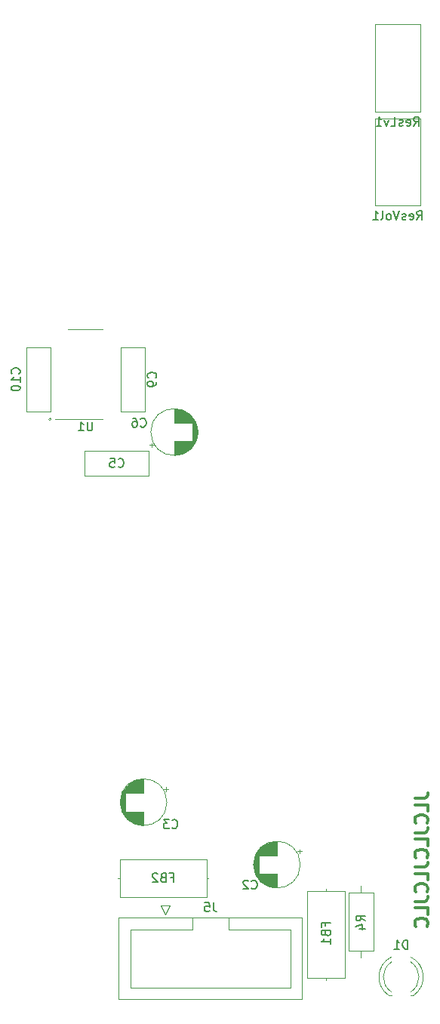
<source format=gbo>
G04 #@! TF.GenerationSoftware,KiCad,Pcbnew,6.0.10+dfsg-1~bpo11+1*
G04 #@! TF.CreationDate,2023-02-18T14:54:35+00:00*
G04 #@! TF.ProjectId,MS20-VCF,4d533230-2d56-4434-962e-6b696361645f,rev?*
G04 #@! TF.SameCoordinates,Original*
G04 #@! TF.FileFunction,Legend,Bot*
G04 #@! TF.FilePolarity,Positive*
%FSLAX46Y46*%
G04 Gerber Fmt 4.6, Leading zero omitted, Abs format (unit mm)*
G04 Created by KiCad (PCBNEW 6.0.10+dfsg-1~bpo11+1) date 2023-02-18 14:54:35*
%MOMM*%
%LPD*%
G01*
G04 APERTURE LIST*
%ADD10C,0.120000*%
%ADD11C,0.300000*%
%ADD12C,0.150000*%
%ADD13C,1.600000*%
%ADD14C,4.000000*%
%ADD15C,1.800000*%
%ADD16R,1.600000X1.600000*%
%ADD17O,1.600000X1.600000*%
%ADD18R,1.930000X1.830000*%
%ADD19C,2.130000*%
%ADD20R,1.500000X1.500000*%
%ADD21C,1.500000*%
%ADD22O,3.700000X2.400000*%
%ADD23R,1.800000X1.800000*%
%ADD24C,2.000000*%
%ADD25O,2.000000X2.000000*%
%ADD26C,1.700000*%
%ADD27C,1.440000*%
G04 APERTURE END LIST*
D10*
X42141421Y-81060000D02*
G75*
G03*
X42141421Y-81060000I-141421J0D01*
G01*
D11*
X82928571Y-123571428D02*
X84000000Y-123571428D01*
X84214285Y-123500000D01*
X84357142Y-123357142D01*
X84428571Y-123142857D01*
X84428571Y-123000000D01*
X84428571Y-125000000D02*
X84428571Y-124285714D01*
X82928571Y-124285714D01*
X84285714Y-126357142D02*
X84357142Y-126285714D01*
X84428571Y-126071428D01*
X84428571Y-125928571D01*
X84357142Y-125714285D01*
X84214285Y-125571428D01*
X84071428Y-125500000D01*
X83785714Y-125428571D01*
X83571428Y-125428571D01*
X83285714Y-125500000D01*
X83142857Y-125571428D01*
X83000000Y-125714285D01*
X82928571Y-125928571D01*
X82928571Y-126071428D01*
X83000000Y-126285714D01*
X83071428Y-126357142D01*
X82928571Y-127428571D02*
X84000000Y-127428571D01*
X84214285Y-127357142D01*
X84357142Y-127214285D01*
X84428571Y-127000000D01*
X84428571Y-126857142D01*
X84428571Y-128857142D02*
X84428571Y-128142857D01*
X82928571Y-128142857D01*
X84285714Y-130214285D02*
X84357142Y-130142857D01*
X84428571Y-129928571D01*
X84428571Y-129785714D01*
X84357142Y-129571428D01*
X84214285Y-129428571D01*
X84071428Y-129357142D01*
X83785714Y-129285714D01*
X83571428Y-129285714D01*
X83285714Y-129357142D01*
X83142857Y-129428571D01*
X83000000Y-129571428D01*
X82928571Y-129785714D01*
X82928571Y-129928571D01*
X83000000Y-130142857D01*
X83071428Y-130214285D01*
X82928571Y-131285714D02*
X84000000Y-131285714D01*
X84214285Y-131214285D01*
X84357142Y-131071428D01*
X84428571Y-130857142D01*
X84428571Y-130714285D01*
X84428571Y-132714285D02*
X84428571Y-132000000D01*
X82928571Y-132000000D01*
X84285714Y-134071428D02*
X84357142Y-134000000D01*
X84428571Y-133785714D01*
X84428571Y-133642857D01*
X84357142Y-133428571D01*
X84214285Y-133285714D01*
X84071428Y-133214285D01*
X83785714Y-133142857D01*
X83571428Y-133142857D01*
X83285714Y-133214285D01*
X83142857Y-133285714D01*
X83000000Y-133428571D01*
X82928571Y-133642857D01*
X82928571Y-133785714D01*
X83000000Y-134000000D01*
X83071428Y-134071428D01*
X82928571Y-135142857D02*
X84000000Y-135142857D01*
X84214285Y-135071428D01*
X84357142Y-134928571D01*
X84428571Y-134714285D01*
X84428571Y-134571428D01*
X84428571Y-136571428D02*
X84428571Y-135857142D01*
X82928571Y-135857142D01*
X84285714Y-137928571D02*
X84357142Y-137857142D01*
X84428571Y-137642857D01*
X84428571Y-137500000D01*
X84357142Y-137285714D01*
X84214285Y-137142857D01*
X84071428Y-137071428D01*
X83785714Y-137000000D01*
X83571428Y-137000000D01*
X83285714Y-137071428D01*
X83142857Y-137142857D01*
X83000000Y-137285714D01*
X82928571Y-137500000D01*
X82928571Y-137642857D01*
X83000000Y-137857142D01*
X83071428Y-137928571D01*
D12*
X64616666Y-133657142D02*
X64664285Y-133704761D01*
X64807142Y-133752380D01*
X64902380Y-133752380D01*
X65045238Y-133704761D01*
X65140476Y-133609523D01*
X65188095Y-133514285D01*
X65235714Y-133323809D01*
X65235714Y-133180952D01*
X65188095Y-132990476D01*
X65140476Y-132895238D01*
X65045238Y-132800000D01*
X64902380Y-132752380D01*
X64807142Y-132752380D01*
X64664285Y-132800000D01*
X64616666Y-132847619D01*
X64235714Y-132847619D02*
X64188095Y-132800000D01*
X64092857Y-132752380D01*
X63854761Y-132752380D01*
X63759523Y-132800000D01*
X63711904Y-132847619D01*
X63664285Y-132942857D01*
X63664285Y-133038095D01*
X63711904Y-133180952D01*
X64283333Y-133752380D01*
X63664285Y-133752380D01*
X55711553Y-126857142D02*
X55759172Y-126904761D01*
X55902029Y-126952380D01*
X55997267Y-126952380D01*
X56140125Y-126904761D01*
X56235363Y-126809523D01*
X56282982Y-126714285D01*
X56330601Y-126523809D01*
X56330601Y-126380952D01*
X56282982Y-126190476D01*
X56235363Y-126095238D01*
X56140125Y-126000000D01*
X55997267Y-125952380D01*
X55902029Y-125952380D01*
X55759172Y-126000000D01*
X55711553Y-126047619D01*
X55378220Y-125952380D02*
X54759172Y-125952380D01*
X55092506Y-126333333D01*
X54949648Y-126333333D01*
X54854410Y-126380952D01*
X54806791Y-126428571D01*
X54759172Y-126523809D01*
X54759172Y-126761904D01*
X54806791Y-126857142D01*
X54854410Y-126904761D01*
X54949648Y-126952380D01*
X55235363Y-126952380D01*
X55330601Y-126904761D01*
X55378220Y-126857142D01*
X52166666Y-81857142D02*
X52214285Y-81904761D01*
X52357142Y-81952380D01*
X52452380Y-81952380D01*
X52595238Y-81904761D01*
X52690476Y-81809523D01*
X52738095Y-81714285D01*
X52785714Y-81523809D01*
X52785714Y-81380952D01*
X52738095Y-81190476D01*
X52690476Y-81095238D01*
X52595238Y-81000000D01*
X52452380Y-80952380D01*
X52357142Y-80952380D01*
X52214285Y-81000000D01*
X52166666Y-81047619D01*
X51309523Y-80952380D02*
X51500000Y-80952380D01*
X51595238Y-81000000D01*
X51642857Y-81047619D01*
X51738095Y-81190476D01*
X51785714Y-81380952D01*
X51785714Y-81761904D01*
X51738095Y-81857142D01*
X51690476Y-81904761D01*
X51595238Y-81952380D01*
X51404761Y-81952380D01*
X51309523Y-81904761D01*
X51261904Y-81857142D01*
X51214285Y-81761904D01*
X51214285Y-81523809D01*
X51261904Y-81428571D01*
X51309523Y-81380952D01*
X51404761Y-81333333D01*
X51595238Y-81333333D01*
X51690476Y-81380952D01*
X51738095Y-81428571D01*
X51785714Y-81523809D01*
X82138095Y-140452380D02*
X82138095Y-139452380D01*
X81900000Y-139452380D01*
X81757142Y-139500000D01*
X81661904Y-139595238D01*
X81614285Y-139690476D01*
X81566666Y-139880952D01*
X81566666Y-140023809D01*
X81614285Y-140214285D01*
X81661904Y-140309523D01*
X81757142Y-140404761D01*
X81900000Y-140452380D01*
X82138095Y-140452380D01*
X80614285Y-140452380D02*
X81185714Y-140452380D01*
X80900000Y-140452380D02*
X80900000Y-139452380D01*
X80995238Y-139595238D01*
X81090476Y-139690476D01*
X81185714Y-139738095D01*
X55533333Y-132428571D02*
X55866666Y-132428571D01*
X55866666Y-132952380D02*
X55866666Y-131952380D01*
X55390476Y-131952380D01*
X54676190Y-132428571D02*
X54533333Y-132476190D01*
X54485714Y-132523809D01*
X54438095Y-132619047D01*
X54438095Y-132761904D01*
X54485714Y-132857142D01*
X54533333Y-132904761D01*
X54628571Y-132952380D01*
X55009523Y-132952380D01*
X55009523Y-131952380D01*
X54676190Y-131952380D01*
X54580952Y-132000000D01*
X54533333Y-132047619D01*
X54485714Y-132142857D01*
X54485714Y-132238095D01*
X54533333Y-132333333D01*
X54580952Y-132380952D01*
X54676190Y-132428571D01*
X55009523Y-132428571D01*
X54057142Y-132047619D02*
X54009523Y-132000000D01*
X53914285Y-131952380D01*
X53676190Y-131952380D01*
X53580952Y-132000000D01*
X53533333Y-132047619D01*
X53485714Y-132142857D01*
X53485714Y-132238095D01*
X53533333Y-132380952D01*
X54104761Y-132952380D01*
X53485714Y-132952380D01*
X60333333Y-135252380D02*
X60333333Y-135966666D01*
X60380952Y-136109523D01*
X60476190Y-136204761D01*
X60619047Y-136252380D01*
X60714285Y-136252380D01*
X59380952Y-135252380D02*
X59857142Y-135252380D01*
X59904761Y-135728571D01*
X59857142Y-135680952D01*
X59761904Y-135633333D01*
X59523809Y-135633333D01*
X59428571Y-135680952D01*
X59380952Y-135728571D01*
X59333333Y-135823809D01*
X59333333Y-136061904D01*
X59380952Y-136157142D01*
X59428571Y-136204761D01*
X59523809Y-136252380D01*
X59761904Y-136252380D01*
X59857142Y-136204761D01*
X59904761Y-136157142D01*
X82815714Y-48167380D02*
X83149047Y-47691190D01*
X83387142Y-48167380D02*
X83387142Y-47167380D01*
X83006190Y-47167380D01*
X82910952Y-47215000D01*
X82863333Y-47262619D01*
X82815714Y-47357857D01*
X82815714Y-47500714D01*
X82863333Y-47595952D01*
X82910952Y-47643571D01*
X83006190Y-47691190D01*
X83387142Y-47691190D01*
X82006190Y-48119761D02*
X82101428Y-48167380D01*
X82291904Y-48167380D01*
X82387142Y-48119761D01*
X82434761Y-48024523D01*
X82434761Y-47643571D01*
X82387142Y-47548333D01*
X82291904Y-47500714D01*
X82101428Y-47500714D01*
X82006190Y-47548333D01*
X81958571Y-47643571D01*
X81958571Y-47738809D01*
X82434761Y-47834047D01*
X81577619Y-48119761D02*
X81482380Y-48167380D01*
X81291904Y-48167380D01*
X81196666Y-48119761D01*
X81149047Y-48024523D01*
X81149047Y-47976904D01*
X81196666Y-47881666D01*
X81291904Y-47834047D01*
X81434761Y-47834047D01*
X81530000Y-47786428D01*
X81577619Y-47691190D01*
X81577619Y-47643571D01*
X81530000Y-47548333D01*
X81434761Y-47500714D01*
X81291904Y-47500714D01*
X81196666Y-47548333D01*
X80244285Y-48167380D02*
X80720476Y-48167380D01*
X80720476Y-47167380D01*
X80006190Y-47500714D02*
X79768095Y-48167380D01*
X79530000Y-47500714D01*
X78625238Y-48167380D02*
X79196666Y-48167380D01*
X78910952Y-48167380D02*
X78910952Y-47167380D01*
X79006190Y-47310238D01*
X79101428Y-47405476D01*
X79196666Y-47453095D01*
X83172857Y-58707380D02*
X83506190Y-58231190D01*
X83744285Y-58707380D02*
X83744285Y-57707380D01*
X83363333Y-57707380D01*
X83268095Y-57755000D01*
X83220476Y-57802619D01*
X83172857Y-57897857D01*
X83172857Y-58040714D01*
X83220476Y-58135952D01*
X83268095Y-58183571D01*
X83363333Y-58231190D01*
X83744285Y-58231190D01*
X82363333Y-58659761D02*
X82458571Y-58707380D01*
X82649047Y-58707380D01*
X82744285Y-58659761D01*
X82791904Y-58564523D01*
X82791904Y-58183571D01*
X82744285Y-58088333D01*
X82649047Y-58040714D01*
X82458571Y-58040714D01*
X82363333Y-58088333D01*
X82315714Y-58183571D01*
X82315714Y-58278809D01*
X82791904Y-58374047D01*
X81934761Y-58659761D02*
X81839523Y-58707380D01*
X81649047Y-58707380D01*
X81553809Y-58659761D01*
X81506190Y-58564523D01*
X81506190Y-58516904D01*
X81553809Y-58421666D01*
X81649047Y-58374047D01*
X81791904Y-58374047D01*
X81887142Y-58326428D01*
X81934761Y-58231190D01*
X81934761Y-58183571D01*
X81887142Y-58088333D01*
X81791904Y-58040714D01*
X81649047Y-58040714D01*
X81553809Y-58088333D01*
X81220476Y-57707380D02*
X80887142Y-58707380D01*
X80553809Y-57707380D01*
X80077619Y-58707380D02*
X80172857Y-58659761D01*
X80220476Y-58612142D01*
X80268095Y-58516904D01*
X80268095Y-58231190D01*
X80220476Y-58135952D01*
X80172857Y-58088333D01*
X80077619Y-58040714D01*
X79934761Y-58040714D01*
X79839523Y-58088333D01*
X79791904Y-58135952D01*
X79744285Y-58231190D01*
X79744285Y-58516904D01*
X79791904Y-58612142D01*
X79839523Y-58659761D01*
X79934761Y-58707380D01*
X80077619Y-58707380D01*
X79172857Y-58707380D02*
X79268095Y-58659761D01*
X79315714Y-58564523D01*
X79315714Y-57707380D01*
X78268095Y-58707380D02*
X78839523Y-58707380D01*
X78553809Y-58707380D02*
X78553809Y-57707380D01*
X78649047Y-57850238D01*
X78744285Y-57945476D01*
X78839523Y-57993095D01*
X77352380Y-137313333D02*
X76876190Y-136980000D01*
X77352380Y-136741904D02*
X76352380Y-136741904D01*
X76352380Y-137122857D01*
X76400000Y-137218095D01*
X76447619Y-137265714D01*
X76542857Y-137313333D01*
X76685714Y-137313333D01*
X76780952Y-137265714D01*
X76828571Y-137218095D01*
X76876190Y-137122857D01*
X76876190Y-136741904D01*
X76685714Y-138170476D02*
X77352380Y-138170476D01*
X76304761Y-137932380D02*
X77019047Y-137694285D01*
X77019047Y-138313333D01*
X72928571Y-137866666D02*
X72928571Y-137533333D01*
X73452380Y-137533333D02*
X72452380Y-137533333D01*
X72452380Y-138009523D01*
X72928571Y-138723809D02*
X72976190Y-138866666D01*
X73023809Y-138914285D01*
X73119047Y-138961904D01*
X73261904Y-138961904D01*
X73357142Y-138914285D01*
X73404761Y-138866666D01*
X73452380Y-138771428D01*
X73452380Y-138390476D01*
X72452380Y-138390476D01*
X72452380Y-138723809D01*
X72500000Y-138819047D01*
X72547619Y-138866666D01*
X72642857Y-138914285D01*
X72738095Y-138914285D01*
X72833333Y-138866666D01*
X72880952Y-138819047D01*
X72928571Y-138723809D01*
X72928571Y-138390476D01*
X73452380Y-139914285D02*
X73452380Y-139342857D01*
X73452380Y-139628571D02*
X72452380Y-139628571D01*
X72595238Y-139533333D01*
X72690476Y-139438095D01*
X72738095Y-139342857D01*
X46761904Y-81352380D02*
X46761904Y-82161904D01*
X46714285Y-82257142D01*
X46666666Y-82304761D01*
X46571428Y-82352380D01*
X46380952Y-82352380D01*
X46285714Y-82304761D01*
X46238095Y-82257142D01*
X46190476Y-82161904D01*
X46190476Y-81352380D01*
X45190476Y-82352380D02*
X45761904Y-82352380D01*
X45476190Y-82352380D02*
X45476190Y-81352380D01*
X45571428Y-81495238D01*
X45666666Y-81590476D01*
X45761904Y-81638095D01*
X49666666Y-86357142D02*
X49714285Y-86404761D01*
X49857142Y-86452380D01*
X49952380Y-86452380D01*
X50095238Y-86404761D01*
X50190476Y-86309523D01*
X50238095Y-86214285D01*
X50285714Y-86023809D01*
X50285714Y-85880952D01*
X50238095Y-85690476D01*
X50190476Y-85595238D01*
X50095238Y-85500000D01*
X49952380Y-85452380D01*
X49857142Y-85452380D01*
X49714285Y-85500000D01*
X49666666Y-85547619D01*
X48761904Y-85452380D02*
X49238095Y-85452380D01*
X49285714Y-85928571D01*
X49238095Y-85880952D01*
X49142857Y-85833333D01*
X48904761Y-85833333D01*
X48809523Y-85880952D01*
X48761904Y-85928571D01*
X48714285Y-86023809D01*
X48714285Y-86261904D01*
X48761904Y-86357142D01*
X48809523Y-86404761D01*
X48904761Y-86452380D01*
X49142857Y-86452380D01*
X49238095Y-86404761D01*
X49285714Y-86357142D01*
X53857142Y-76433333D02*
X53904761Y-76385714D01*
X53952380Y-76242857D01*
X53952380Y-76147619D01*
X53904761Y-76004761D01*
X53809523Y-75909523D01*
X53714285Y-75861904D01*
X53523809Y-75814285D01*
X53380952Y-75814285D01*
X53190476Y-75861904D01*
X53095238Y-75909523D01*
X53000000Y-76004761D01*
X52952380Y-76147619D01*
X52952380Y-76242857D01*
X53000000Y-76385714D01*
X53047619Y-76433333D01*
X53952380Y-76909523D02*
X53952380Y-77100000D01*
X53904761Y-77195238D01*
X53857142Y-77242857D01*
X53714285Y-77338095D01*
X53523809Y-77385714D01*
X53142857Y-77385714D01*
X53047619Y-77338095D01*
X53000000Y-77290476D01*
X52952380Y-77195238D01*
X52952380Y-77004761D01*
X53000000Y-76909523D01*
X53047619Y-76861904D01*
X53142857Y-76814285D01*
X53380952Y-76814285D01*
X53476190Y-76861904D01*
X53523809Y-76909523D01*
X53571428Y-77004761D01*
X53571428Y-77195238D01*
X53523809Y-77290476D01*
X53476190Y-77338095D01*
X53380952Y-77385714D01*
X38557142Y-75957142D02*
X38604761Y-75909523D01*
X38652380Y-75766666D01*
X38652380Y-75671428D01*
X38604761Y-75528571D01*
X38509523Y-75433333D01*
X38414285Y-75385714D01*
X38223809Y-75338095D01*
X38080952Y-75338095D01*
X37890476Y-75385714D01*
X37795238Y-75433333D01*
X37700000Y-75528571D01*
X37652380Y-75671428D01*
X37652380Y-75766666D01*
X37700000Y-75909523D01*
X37747619Y-75957142D01*
X38652380Y-76909523D02*
X38652380Y-76338095D01*
X38652380Y-76623809D02*
X37652380Y-76623809D01*
X37795238Y-76528571D01*
X37890476Y-76433333D01*
X37938095Y-76338095D01*
X37652380Y-77528571D02*
X37652380Y-77623809D01*
X37700000Y-77719047D01*
X37747619Y-77766666D01*
X37842857Y-77814285D01*
X38033333Y-77861904D01*
X38271428Y-77861904D01*
X38461904Y-77814285D01*
X38557142Y-77766666D01*
X38604761Y-77719047D01*
X38652380Y-77623809D01*
X38652380Y-77528571D01*
X38604761Y-77433333D01*
X38557142Y-77385714D01*
X38461904Y-77338095D01*
X38271428Y-77290476D01*
X38033333Y-77290476D01*
X37842857Y-77338095D01*
X37747619Y-77385714D01*
X37700000Y-77433333D01*
X37652380Y-77528571D01*
D10*
X66534112Y-132040000D02*
X66534112Y-133414000D01*
X66174112Y-132040000D02*
X66174112Y-133247000D01*
X66654112Y-128545000D02*
X66654112Y-129960000D01*
X65494112Y-129301000D02*
X65494112Y-129960000D01*
X70009887Y-129275000D02*
X70009887Y-129775000D01*
X67255112Y-128427000D02*
X67255112Y-129960000D01*
X66014112Y-132040000D02*
X66014112Y-133149000D01*
X65094112Y-129902000D02*
X65094112Y-132098000D01*
X65374112Y-129446000D02*
X65374112Y-132554000D01*
X66374112Y-128652000D02*
X66374112Y-129960000D01*
X64974112Y-130195000D02*
X64974112Y-131805000D01*
X66855112Y-128489000D02*
X66855112Y-129960000D01*
X66614112Y-128558000D02*
X66614112Y-129960000D01*
X67015112Y-128457000D02*
X67015112Y-129960000D01*
X65534112Y-129257000D02*
X65534112Y-129960000D01*
X64894112Y-130482000D02*
X64894112Y-131518000D01*
X65454112Y-129347000D02*
X65454112Y-129960000D01*
X65574112Y-132040000D02*
X65574112Y-132785000D01*
X67015112Y-132040000D02*
X67015112Y-133543000D01*
X67455112Y-128420000D02*
X67455112Y-129960000D01*
X66454112Y-128618000D02*
X66454112Y-129960000D01*
X66294112Y-128690000D02*
X66294112Y-129960000D01*
X67095112Y-132040000D02*
X67095112Y-133556000D01*
X65454112Y-132040000D02*
X65454112Y-132653000D01*
X65254112Y-129617000D02*
X65254112Y-132383000D01*
X65854112Y-128965000D02*
X65854112Y-129960000D01*
X67415112Y-128420000D02*
X67415112Y-129960000D01*
X67415112Y-132040000D02*
X67415112Y-133580000D01*
X65294112Y-129557000D02*
X65294112Y-132443000D01*
X66254112Y-128710000D02*
X66254112Y-129960000D01*
X67295112Y-132040000D02*
X67295112Y-133576000D01*
X66334112Y-128671000D02*
X66334112Y-129960000D01*
X65534112Y-132040000D02*
X65534112Y-132743000D01*
X66815112Y-128499000D02*
X66815112Y-129960000D01*
X67295112Y-128424000D02*
X67295112Y-129960000D01*
X66574112Y-128572000D02*
X66574112Y-129960000D01*
X65774112Y-132040000D02*
X65774112Y-132971000D01*
X65334112Y-129500000D02*
X65334112Y-132500000D01*
X66895112Y-128480000D02*
X66895112Y-129960000D01*
X66895112Y-132040000D02*
X66895112Y-133520000D01*
X67215112Y-132040000D02*
X67215112Y-133569000D01*
X66775112Y-132040000D02*
X66775112Y-133491000D01*
X66374112Y-132040000D02*
X66374112Y-133348000D01*
X67175112Y-132040000D02*
X67175112Y-133565000D01*
X66134112Y-128776000D02*
X66134112Y-129960000D01*
X65934112Y-128905000D02*
X65934112Y-129960000D01*
X66134112Y-132040000D02*
X66134112Y-133224000D01*
X64854112Y-130716000D02*
X64854112Y-131284000D01*
X67055112Y-132040000D02*
X67055112Y-133550000D01*
X67335112Y-128422000D02*
X67335112Y-129960000D01*
X66734112Y-132040000D02*
X66734112Y-133480000D01*
X66694112Y-128532000D02*
X66694112Y-129960000D01*
X66054112Y-128825000D02*
X66054112Y-129960000D01*
X67135112Y-128439000D02*
X67135112Y-129960000D01*
X67375112Y-128421000D02*
X67375112Y-129960000D01*
X66654112Y-132040000D02*
X66654112Y-133455000D01*
X65174112Y-129749000D02*
X65174112Y-132251000D01*
X66014112Y-128851000D02*
X66014112Y-129960000D01*
X66174112Y-128753000D02*
X66174112Y-129960000D01*
X65134112Y-129822000D02*
X65134112Y-132178000D01*
X65774112Y-129029000D02*
X65774112Y-129960000D01*
X66414112Y-132040000D02*
X66414112Y-133365000D01*
X65894112Y-128935000D02*
X65894112Y-129960000D01*
X65694112Y-132040000D02*
X65694112Y-132901000D01*
X66414112Y-128635000D02*
X66414112Y-129960000D01*
X66935112Y-132040000D02*
X66935112Y-133528000D01*
X67255112Y-132040000D02*
X67255112Y-133573000D01*
X66094112Y-128800000D02*
X66094112Y-129960000D01*
X65214112Y-129681000D02*
X65214112Y-132319000D01*
X66214112Y-128732000D02*
X66214112Y-129960000D01*
X65654112Y-129136000D02*
X65654112Y-129960000D01*
X66494112Y-132040000D02*
X66494112Y-133398000D01*
X65614112Y-132040000D02*
X65614112Y-132826000D01*
X66454112Y-132040000D02*
X66454112Y-133382000D01*
X66815112Y-132040000D02*
X66815112Y-133501000D01*
X66574112Y-132040000D02*
X66574112Y-133428000D01*
X67095112Y-128444000D02*
X67095112Y-129960000D01*
X67135112Y-132040000D02*
X67135112Y-133561000D01*
X65494112Y-132040000D02*
X65494112Y-132699000D01*
X67055112Y-128450000D02*
X67055112Y-129960000D01*
X67335112Y-132040000D02*
X67335112Y-133578000D01*
X67455112Y-132040000D02*
X67455112Y-133580000D01*
X66334112Y-132040000D02*
X66334112Y-133329000D01*
X65614112Y-129174000D02*
X65614112Y-129960000D01*
X65934112Y-132040000D02*
X65934112Y-133095000D01*
X65894112Y-132040000D02*
X65894112Y-133065000D01*
X66054112Y-132040000D02*
X66054112Y-133175000D01*
X65974112Y-128878000D02*
X65974112Y-129960000D01*
X65974112Y-132040000D02*
X65974112Y-133122000D01*
X66094112Y-132040000D02*
X66094112Y-133200000D01*
X65854112Y-132040000D02*
X65854112Y-133035000D01*
X66855112Y-132040000D02*
X66855112Y-133511000D01*
X66214112Y-132040000D02*
X66214112Y-133268000D01*
X65574112Y-129215000D02*
X65574112Y-129960000D01*
X66734112Y-128520000D02*
X66734112Y-129960000D01*
X65414112Y-129395000D02*
X65414112Y-132605000D01*
X66494112Y-128602000D02*
X66494112Y-129960000D01*
X65054112Y-129989000D02*
X65054112Y-132011000D01*
X66975112Y-128464000D02*
X66975112Y-129960000D01*
X65814112Y-128996000D02*
X65814112Y-129960000D01*
X70259887Y-129525000D02*
X69759887Y-129525000D01*
X65654112Y-132040000D02*
X65654112Y-132864000D01*
X67175112Y-128435000D02*
X67175112Y-129960000D01*
X65734112Y-129063000D02*
X65734112Y-129960000D01*
X66254112Y-132040000D02*
X66254112Y-133290000D01*
X65734112Y-132040000D02*
X65734112Y-132937000D01*
X65014112Y-130085000D02*
X65014112Y-131915000D01*
X64934112Y-130323000D02*
X64934112Y-131677000D01*
X65814112Y-132040000D02*
X65814112Y-133004000D01*
X66935112Y-128472000D02*
X66935112Y-129960000D01*
X67215112Y-128431000D02*
X67215112Y-129960000D01*
X67375112Y-132040000D02*
X67375112Y-133579000D01*
X66534112Y-128586000D02*
X66534112Y-129960000D01*
X66614112Y-132040000D02*
X66614112Y-133442000D01*
X66975112Y-132040000D02*
X66975112Y-133536000D01*
X66694112Y-132040000D02*
X66694112Y-133468000D01*
X66294112Y-132040000D02*
X66294112Y-133310000D01*
X66775112Y-128509000D02*
X66775112Y-129960000D01*
X65694112Y-129099000D02*
X65694112Y-129960000D01*
X70075112Y-131000000D02*
G75*
G03*
X70075112Y-131000000I-2620000J0D01*
G01*
X51099000Y-125040000D02*
X51099000Y-126175000D01*
X52500000Y-125040000D02*
X52500000Y-126580000D01*
X50299000Y-122617000D02*
X50299000Y-125383000D01*
X52380000Y-121422000D02*
X52380000Y-122960000D01*
X52300000Y-121427000D02*
X52300000Y-122960000D01*
X51579000Y-125040000D02*
X51579000Y-126414000D01*
X50859000Y-121996000D02*
X50859000Y-122960000D01*
X50259000Y-122681000D02*
X50259000Y-125319000D01*
X50939000Y-125040000D02*
X50939000Y-126065000D01*
X50699000Y-122136000D02*
X50699000Y-122960000D01*
X49939000Y-123482000D02*
X49939000Y-124518000D01*
X51900000Y-125040000D02*
X51900000Y-126511000D01*
X51179000Y-121776000D02*
X51179000Y-122960000D01*
X50139000Y-122902000D02*
X50139000Y-125098000D01*
X51659000Y-121558000D02*
X51659000Y-122960000D01*
X51299000Y-125040000D02*
X51299000Y-126290000D01*
X51259000Y-121732000D02*
X51259000Y-122960000D01*
X52380000Y-125040000D02*
X52380000Y-126578000D01*
X50499000Y-122347000D02*
X50499000Y-122960000D01*
X51860000Y-121499000D02*
X51860000Y-122960000D01*
X50979000Y-125040000D02*
X50979000Y-126095000D01*
X50819000Y-125040000D02*
X50819000Y-125971000D01*
X50059000Y-123085000D02*
X50059000Y-124915000D01*
X51139000Y-125040000D02*
X51139000Y-126200000D01*
X50899000Y-121965000D02*
X50899000Y-122960000D01*
X52420000Y-125040000D02*
X52420000Y-126579000D01*
X50859000Y-125040000D02*
X50859000Y-126004000D01*
X50499000Y-125040000D02*
X50499000Y-125653000D01*
X52460000Y-125040000D02*
X52460000Y-126580000D01*
X52460000Y-121420000D02*
X52460000Y-122960000D01*
X51779000Y-121520000D02*
X51779000Y-122960000D01*
X51019000Y-125040000D02*
X51019000Y-126122000D01*
X50379000Y-122500000D02*
X50379000Y-125500000D01*
X50739000Y-125040000D02*
X50739000Y-125901000D01*
X52180000Y-121439000D02*
X52180000Y-122960000D01*
X51379000Y-125040000D02*
X51379000Y-126329000D01*
X50779000Y-122063000D02*
X50779000Y-122960000D01*
X51820000Y-121509000D02*
X51820000Y-122960000D01*
X50219000Y-122749000D02*
X50219000Y-125251000D01*
X50939000Y-121935000D02*
X50939000Y-122960000D01*
X51659000Y-125040000D02*
X51659000Y-126442000D01*
X50899000Y-125040000D02*
X50899000Y-126035000D01*
X50739000Y-122099000D02*
X50739000Y-122960000D01*
X50819000Y-122029000D02*
X50819000Y-122960000D01*
X51900000Y-121489000D02*
X51900000Y-122960000D01*
X52260000Y-121431000D02*
X52260000Y-122960000D01*
X50099000Y-122989000D02*
X50099000Y-125011000D01*
X52340000Y-125040000D02*
X52340000Y-126576000D01*
X49899000Y-123716000D02*
X49899000Y-124284000D01*
X52060000Y-125040000D02*
X52060000Y-126543000D01*
X52220000Y-125040000D02*
X52220000Y-126565000D01*
X55304775Y-122525000D02*
X54804775Y-122525000D01*
X51739000Y-121532000D02*
X51739000Y-122960000D01*
X50019000Y-123195000D02*
X50019000Y-124805000D01*
X50619000Y-125040000D02*
X50619000Y-125785000D01*
X51699000Y-125040000D02*
X51699000Y-126455000D01*
X52140000Y-121444000D02*
X52140000Y-122960000D01*
X51219000Y-121753000D02*
X51219000Y-122960000D01*
X50659000Y-122174000D02*
X50659000Y-122960000D01*
X50699000Y-125040000D02*
X50699000Y-125864000D01*
X51019000Y-121878000D02*
X51019000Y-122960000D01*
X50659000Y-125040000D02*
X50659000Y-125826000D01*
X50579000Y-125040000D02*
X50579000Y-125743000D01*
X51459000Y-125040000D02*
X51459000Y-126365000D01*
X52500000Y-121420000D02*
X52500000Y-122960000D01*
X51739000Y-125040000D02*
X51739000Y-126468000D01*
X52100000Y-121450000D02*
X52100000Y-122960000D01*
X51299000Y-121710000D02*
X51299000Y-122960000D01*
X52060000Y-121457000D02*
X52060000Y-122960000D01*
X51459000Y-121635000D02*
X51459000Y-122960000D01*
X51259000Y-125040000D02*
X51259000Y-126268000D01*
X55054775Y-122275000D02*
X55054775Y-122775000D01*
X51940000Y-125040000D02*
X51940000Y-126520000D01*
X52180000Y-125040000D02*
X52180000Y-126561000D01*
X52140000Y-125040000D02*
X52140000Y-126556000D01*
X51419000Y-125040000D02*
X51419000Y-126348000D01*
X51579000Y-121586000D02*
X51579000Y-122960000D01*
X50539000Y-122301000D02*
X50539000Y-122960000D01*
X50339000Y-122557000D02*
X50339000Y-125443000D01*
X50539000Y-125040000D02*
X50539000Y-125699000D01*
X50179000Y-122822000D02*
X50179000Y-125178000D01*
X51499000Y-121618000D02*
X51499000Y-122960000D01*
X51059000Y-125040000D02*
X51059000Y-126149000D01*
X51059000Y-121851000D02*
X51059000Y-122960000D01*
X50619000Y-122215000D02*
X50619000Y-122960000D01*
X52300000Y-125040000D02*
X52300000Y-126573000D01*
X51940000Y-121480000D02*
X51940000Y-122960000D01*
X50579000Y-122257000D02*
X50579000Y-122960000D01*
X51619000Y-125040000D02*
X51619000Y-126428000D01*
X51419000Y-121652000D02*
X51419000Y-122960000D01*
X51539000Y-121602000D02*
X51539000Y-122960000D01*
X50459000Y-122395000D02*
X50459000Y-125605000D01*
X51820000Y-125040000D02*
X51820000Y-126491000D01*
X52420000Y-121421000D02*
X52420000Y-122960000D01*
X52340000Y-121424000D02*
X52340000Y-122960000D01*
X49979000Y-123323000D02*
X49979000Y-124677000D01*
X50779000Y-125040000D02*
X50779000Y-125937000D01*
X51980000Y-121472000D02*
X51980000Y-122960000D01*
X51099000Y-121825000D02*
X51099000Y-122960000D01*
X51339000Y-125040000D02*
X51339000Y-126310000D01*
X52220000Y-121435000D02*
X52220000Y-122960000D01*
X51860000Y-125040000D02*
X51860000Y-126501000D01*
X52020000Y-125040000D02*
X52020000Y-126536000D01*
X52020000Y-121464000D02*
X52020000Y-122960000D01*
X52100000Y-125040000D02*
X52100000Y-126550000D01*
X50419000Y-122446000D02*
X50419000Y-125554000D01*
X51139000Y-121800000D02*
X51139000Y-122960000D01*
X51379000Y-121671000D02*
X51379000Y-122960000D01*
X51779000Y-125040000D02*
X51779000Y-126480000D01*
X52260000Y-125040000D02*
X52260000Y-126569000D01*
X51339000Y-121690000D02*
X51339000Y-122960000D01*
X50979000Y-121905000D02*
X50979000Y-122960000D01*
X51179000Y-125040000D02*
X51179000Y-126224000D01*
X51699000Y-121545000D02*
X51699000Y-122960000D01*
X51619000Y-121572000D02*
X51619000Y-122960000D01*
X51219000Y-125040000D02*
X51219000Y-126247000D01*
X51539000Y-125040000D02*
X51539000Y-126398000D01*
X51980000Y-125040000D02*
X51980000Y-126528000D01*
X51499000Y-125040000D02*
X51499000Y-126382000D01*
X55120000Y-124000000D02*
G75*
G03*
X55120000Y-124000000I-2620000J0D01*
G01*
X57345888Y-84675000D02*
X57345888Y-83540000D01*
X56104888Y-81460000D02*
X56104888Y-79924000D01*
X57825888Y-84285000D02*
X57825888Y-83540000D01*
X56304888Y-85056000D02*
X56304888Y-83540000D01*
X57025888Y-84848000D02*
X57025888Y-83540000D01*
X56584888Y-81460000D02*
X56584888Y-79999000D01*
X56544888Y-85011000D02*
X56544888Y-83540000D01*
X58545888Y-82784000D02*
X58545888Y-82216000D01*
X57705888Y-81460000D02*
X57705888Y-80599000D01*
X56344888Y-85050000D02*
X56344888Y-83540000D01*
X56464888Y-85028000D02*
X56464888Y-83540000D01*
X57505888Y-81460000D02*
X57505888Y-80435000D01*
X57825888Y-81460000D02*
X57825888Y-80715000D01*
X56825888Y-81460000D02*
X56825888Y-80072000D01*
X57225888Y-81460000D02*
X57225888Y-80253000D01*
X56424888Y-85036000D02*
X56424888Y-83540000D01*
X56945888Y-84882000D02*
X56945888Y-83540000D01*
X57185888Y-84768000D02*
X57185888Y-83540000D01*
X56504888Y-85020000D02*
X56504888Y-83540000D01*
X56985888Y-81460000D02*
X56985888Y-80135000D01*
X57145888Y-84790000D02*
X57145888Y-83540000D01*
X56104888Y-85076000D02*
X56104888Y-83540000D01*
X57345888Y-81460000D02*
X57345888Y-80325000D01*
X56264888Y-85061000D02*
X56264888Y-83540000D01*
X57065888Y-84829000D02*
X57065888Y-83540000D01*
X57025888Y-81460000D02*
X57025888Y-80152000D01*
X55984888Y-85080000D02*
X55984888Y-83540000D01*
X57785888Y-81460000D02*
X57785888Y-80674000D01*
X56785888Y-84942000D02*
X56785888Y-83540000D01*
X57665888Y-84437000D02*
X57665888Y-83540000D01*
X57265888Y-81460000D02*
X57265888Y-80276000D01*
X56905888Y-84898000D02*
X56905888Y-83540000D01*
X57385888Y-84649000D02*
X57385888Y-83540000D01*
X57265888Y-84724000D02*
X57265888Y-83540000D01*
X55944888Y-85080000D02*
X55944888Y-83540000D01*
X56464888Y-81460000D02*
X56464888Y-79972000D01*
X57905888Y-84199000D02*
X57905888Y-83540000D01*
X56624888Y-81460000D02*
X56624888Y-80009000D01*
X58185888Y-83819000D02*
X58185888Y-81181000D01*
X56905888Y-81460000D02*
X56905888Y-80102000D01*
X57785888Y-84326000D02*
X57785888Y-83540000D01*
X57985888Y-84105000D02*
X57985888Y-80895000D01*
X57905888Y-81460000D02*
X57905888Y-80801000D01*
X56264888Y-81460000D02*
X56264888Y-79939000D01*
X58265888Y-83678000D02*
X58265888Y-81322000D01*
X56024888Y-85079000D02*
X56024888Y-83540000D01*
X55944888Y-81460000D02*
X55944888Y-79920000D01*
X57865888Y-84243000D02*
X57865888Y-83540000D01*
X58145888Y-83883000D02*
X58145888Y-81117000D01*
X56184888Y-85069000D02*
X56184888Y-83540000D01*
X57425888Y-84622000D02*
X57425888Y-83540000D01*
X56865888Y-81460000D02*
X56865888Y-80086000D01*
X56384888Y-85043000D02*
X56384888Y-83540000D01*
X57585888Y-84504000D02*
X57585888Y-83540000D01*
X57465888Y-84595000D02*
X57465888Y-83540000D01*
X56064888Y-81460000D02*
X56064888Y-79922000D01*
X56184888Y-81460000D02*
X56184888Y-79931000D01*
X56224888Y-81460000D02*
X56224888Y-79935000D01*
X56665888Y-84980000D02*
X56665888Y-83540000D01*
X58465888Y-83177000D02*
X58465888Y-81823000D01*
X56424888Y-81460000D02*
X56424888Y-79964000D01*
X56544888Y-81460000D02*
X56544888Y-79989000D01*
X57425888Y-81460000D02*
X57425888Y-80378000D01*
X57945888Y-81460000D02*
X57945888Y-80847000D01*
X58065888Y-84000000D02*
X58065888Y-81000000D01*
X57065888Y-81460000D02*
X57065888Y-80171000D01*
X57745888Y-84364000D02*
X57745888Y-83540000D01*
X57185888Y-81460000D02*
X57185888Y-80232000D01*
X56304888Y-81460000D02*
X56304888Y-79944000D01*
X56504888Y-81460000D02*
X56504888Y-79980000D01*
X55984888Y-81460000D02*
X55984888Y-79920000D01*
X58425888Y-83305000D02*
X58425888Y-81695000D01*
X57545888Y-81460000D02*
X57545888Y-80465000D01*
X56144888Y-81460000D02*
X56144888Y-79927000D01*
X57625888Y-84471000D02*
X57625888Y-83540000D01*
X58025888Y-84054000D02*
X58025888Y-80946000D01*
X53140113Y-83975000D02*
X53640113Y-83975000D01*
X57745888Y-81460000D02*
X57745888Y-80636000D01*
X57145888Y-81460000D02*
X57145888Y-80210000D01*
X58385888Y-83415000D02*
X58385888Y-81585000D01*
X57545888Y-84535000D02*
X57545888Y-83540000D01*
X56064888Y-85078000D02*
X56064888Y-83540000D01*
X58305888Y-83598000D02*
X58305888Y-81402000D01*
X57505888Y-84565000D02*
X57505888Y-83540000D01*
X58105888Y-83943000D02*
X58105888Y-81057000D01*
X56785888Y-81460000D02*
X56785888Y-80058000D01*
X57625888Y-81460000D02*
X57625888Y-80529000D01*
X57665888Y-81460000D02*
X57665888Y-80563000D01*
X57705888Y-84401000D02*
X57705888Y-83540000D01*
X56144888Y-85073000D02*
X56144888Y-83540000D01*
X56945888Y-81460000D02*
X56945888Y-80118000D01*
X56985888Y-84865000D02*
X56985888Y-83540000D01*
X56584888Y-85001000D02*
X56584888Y-83540000D01*
X58225888Y-83751000D02*
X58225888Y-81249000D01*
X56865888Y-84914000D02*
X56865888Y-83540000D01*
X57225888Y-84747000D02*
X57225888Y-83540000D01*
X56384888Y-81460000D02*
X56384888Y-79957000D01*
X57305888Y-84700000D02*
X57305888Y-83540000D01*
X57465888Y-81460000D02*
X57465888Y-80405000D01*
X56665888Y-81460000D02*
X56665888Y-80020000D01*
X57585888Y-81460000D02*
X57585888Y-80496000D01*
X56624888Y-84991000D02*
X56624888Y-83540000D01*
X56344888Y-81460000D02*
X56344888Y-79950000D01*
X56825888Y-84928000D02*
X56825888Y-83540000D01*
X56745888Y-81460000D02*
X56745888Y-80045000D01*
X56224888Y-85065000D02*
X56224888Y-83540000D01*
X56024888Y-81460000D02*
X56024888Y-79921000D01*
X58505888Y-83018000D02*
X58505888Y-81982000D01*
X58345888Y-83511000D02*
X58345888Y-81489000D01*
X57385888Y-81460000D02*
X57385888Y-80351000D01*
X56705888Y-81460000D02*
X56705888Y-80032000D01*
X53390113Y-84225000D02*
X53390113Y-83725000D01*
X57945888Y-84153000D02*
X57945888Y-83540000D01*
X57105888Y-84810000D02*
X57105888Y-83540000D01*
X56705888Y-84968000D02*
X56705888Y-83540000D01*
X57305888Y-81460000D02*
X57305888Y-80300000D01*
X57105888Y-81460000D02*
X57105888Y-80190000D01*
X57865888Y-81460000D02*
X57865888Y-80757000D01*
X56745888Y-84955000D02*
X56745888Y-83540000D01*
X58564888Y-82500000D02*
G75*
G03*
X58564888Y-82500000I-2620000J0D01*
G01*
X82799000Y-145665000D02*
X82480000Y-145665000D01*
X80320000Y-145665000D02*
X80001000Y-145665000D01*
X82480000Y-145288330D02*
G75*
G03*
X82480961Y-141922287I-1080000J1683330D01*
G01*
X80319276Y-141361758D02*
G75*
G03*
X80001251Y-145665000I1080724J-2243242D01*
G01*
X82798749Y-145665000D02*
G75*
G03*
X82480724Y-141361758I-1398749J2060000D01*
G01*
X80319039Y-141922287D02*
G75*
G03*
X80320000Y-145288330I1080961J-1682713D01*
G01*
X49830000Y-134620000D02*
X49830000Y-130380000D01*
X49590000Y-132500000D02*
X49830000Y-132500000D01*
X59570000Y-130380000D02*
X59570000Y-134620000D01*
X59810000Y-132500000D02*
X59570000Y-132500000D01*
X49830000Y-130380000D02*
X59570000Y-130380000D01*
X59570000Y-134620000D02*
X49830000Y-134620000D01*
X49715000Y-146077500D02*
X70295000Y-146077500D01*
X54925000Y-136567500D02*
X54425000Y-135567500D01*
X51015000Y-144767500D02*
X68995000Y-144767500D01*
X68995000Y-144767500D02*
X68995000Y-138267500D01*
X49715000Y-136957500D02*
X49715000Y-146077500D01*
X54425000Y-135567500D02*
X55425000Y-135567500D01*
X70295000Y-136957500D02*
X49715000Y-136957500D01*
X70295000Y-146077500D02*
X70295000Y-136957500D01*
X55425000Y-135567500D02*
X54925000Y-136567500D01*
X57955000Y-138267500D02*
X51015000Y-138267500D01*
X57955000Y-136957500D02*
X57955000Y-138267500D01*
X51015000Y-138267500D02*
X51015000Y-144767500D01*
X62055000Y-138267500D02*
X62055000Y-138267500D01*
X68995000Y-138267500D02*
X62055000Y-138267500D01*
X62055000Y-138267500D02*
X62055000Y-136957500D01*
X78495000Y-46585000D02*
X83565000Y-46585000D01*
X78495000Y-36815000D02*
X83565000Y-36815000D01*
X78495000Y-46585000D02*
X78495000Y-36815000D01*
X83565000Y-46585000D02*
X83565000Y-36815000D01*
X78495000Y-57125000D02*
X78495000Y-47355000D01*
X83565000Y-57125000D02*
X83565000Y-47355000D01*
X78495000Y-47355000D02*
X83565000Y-47355000D01*
X78495000Y-57125000D02*
X83565000Y-57125000D01*
X75530000Y-134130000D02*
X78270000Y-134130000D01*
X78270000Y-134130000D02*
X78270000Y-140670000D01*
X78270000Y-140670000D02*
X75530000Y-140670000D01*
X76900000Y-141440000D02*
X76900000Y-140670000D01*
X75530000Y-140670000D02*
X75530000Y-134130000D01*
X76900000Y-133360000D02*
X76900000Y-134130000D01*
X75120000Y-133980000D02*
X75120000Y-143720000D01*
X70880000Y-143720000D02*
X70880000Y-133980000D01*
X73000000Y-133740000D02*
X73000000Y-133980000D01*
X70880000Y-133980000D02*
X75120000Y-133980000D01*
X75120000Y-143720000D02*
X70880000Y-143720000D01*
X73000000Y-143960000D02*
X73000000Y-143720000D01*
X46000000Y-81060000D02*
X42550000Y-81060000D01*
X46000000Y-70940000D02*
X47950000Y-70940000D01*
X46000000Y-70940000D02*
X44050000Y-70940000D01*
X46000000Y-81060000D02*
X47950000Y-81060000D01*
X45880000Y-84630000D02*
X53120000Y-84630000D01*
X45880000Y-87370000D02*
X45880000Y-84630000D01*
X45880000Y-87370000D02*
X53120000Y-87370000D01*
X53120000Y-87370000D02*
X53120000Y-84630000D01*
X49930000Y-72980000D02*
X49930000Y-80220000D01*
X52670000Y-72980000D02*
X52670000Y-80220000D01*
X49930000Y-72980000D02*
X52670000Y-72980000D01*
X49930000Y-80220000D02*
X52670000Y-80220000D01*
X42070000Y-72980000D02*
X39330000Y-72980000D01*
X42070000Y-80220000D02*
X42070000Y-72980000D01*
X42070000Y-80220000D02*
X39330000Y-80220000D01*
X39330000Y-80220000D02*
X39330000Y-72980000D01*
%LPC*%
D13*
X82900000Y-86800000D03*
X82900000Y-91800000D03*
D14*
X46400000Y-116050000D03*
X37600000Y-116050000D03*
D15*
X44500000Y-123050000D03*
X42000000Y-123050000D03*
X39500000Y-123050000D03*
D14*
X55600000Y-49050000D03*
X64400000Y-49050000D03*
D15*
X62500000Y-56050000D03*
X60000000Y-56050000D03*
X57500000Y-56050000D03*
D16*
X77700000Y-45460000D03*
D17*
X77700000Y-37840000D03*
D16*
X77700000Y-55860000D03*
D17*
X77700000Y-48240000D03*
D16*
X75100000Y-45460000D03*
D17*
X75100000Y-37840000D03*
D16*
X75100000Y-55860000D03*
D17*
X75100000Y-48240000D03*
D16*
X72500000Y-45460000D03*
D17*
X72500000Y-37840000D03*
D16*
X72500000Y-55860000D03*
D17*
X72500000Y-48240000D03*
D18*
X42000000Y-129500000D03*
D19*
X42000000Y-140900000D03*
X42000000Y-132600000D03*
D18*
X40000000Y-94720000D03*
D19*
X40000000Y-106120000D03*
X40000000Y-97820000D03*
D18*
X80000000Y-94600000D03*
D19*
X80000000Y-106000000D03*
X80000000Y-97700000D03*
D20*
X66800000Y-74840000D03*
D21*
X66800000Y-72300000D03*
X66800000Y-69760000D03*
D20*
X70900000Y-69760000D03*
D21*
X70900000Y-72300000D03*
X70900000Y-74840000D03*
D13*
X57500000Y-59840000D03*
D17*
X57500000Y-70000000D03*
D13*
X50000000Y-101660000D03*
D17*
X50000000Y-91500000D03*
D13*
X50560000Y-82800000D03*
D17*
X40400000Y-82800000D03*
D13*
X54000000Y-70000000D03*
D17*
X54000000Y-59840000D03*
D13*
X61000000Y-70000000D03*
D17*
X61000000Y-59840000D03*
D13*
X73980000Y-62200000D03*
D17*
X63820000Y-62200000D03*
D13*
X51080000Y-66000000D03*
D17*
X40920000Y-66000000D03*
D13*
X50560000Y-50500000D03*
D17*
X40400000Y-50500000D03*
D13*
X50560000Y-56700000D03*
D17*
X40400000Y-56700000D03*
D13*
X46580000Y-126000000D03*
D17*
X36420000Y-126000000D03*
D13*
X68300000Y-59300000D03*
D17*
X68300000Y-49140000D03*
D13*
X40400000Y-53600000D03*
D17*
X50560000Y-53600000D03*
D13*
X50560000Y-47400000D03*
D17*
X40400000Y-47400000D03*
D13*
X40400000Y-44300000D03*
D17*
X50560000Y-44300000D03*
D13*
X82600000Y-72280000D03*
D17*
X82600000Y-62120000D03*
D13*
X64580000Y-105100000D03*
D17*
X54420000Y-105100000D03*
D13*
X64580000Y-102000000D03*
D17*
X54420000Y-102000000D03*
D14*
X64400000Y-92050000D03*
X55600000Y-92050000D03*
D15*
X62500000Y-99050000D03*
X60000000Y-99050000D03*
X57500000Y-99050000D03*
D22*
X75600000Y-116300000D03*
X75600000Y-121000000D03*
X75600000Y-125700000D03*
X80400000Y-116300000D03*
X80400000Y-121000000D03*
X80400000Y-125700000D03*
D13*
X79600000Y-76220000D03*
D17*
X79600000Y-86380000D03*
D16*
X68800000Y-83800000D03*
D17*
X68800000Y-86340000D03*
X68800000Y-88880000D03*
X68800000Y-91420000D03*
X76420000Y-91420000D03*
X76420000Y-88880000D03*
X76420000Y-86340000D03*
X76420000Y-83800000D03*
D13*
X43500000Y-69200000D03*
X48500000Y-69200000D03*
X46900000Y-101660000D03*
D17*
X46900000Y-91500000D03*
D13*
X37100000Y-59800000D03*
D17*
X47260000Y-59800000D03*
D13*
X61000000Y-72920000D03*
D17*
X61000000Y-83080000D03*
D13*
X76700000Y-80600000D03*
X71700000Y-80600000D03*
X73500000Y-94600000D03*
X68500000Y-94600000D03*
D16*
X68455112Y-131000000D03*
D13*
X66455112Y-131000000D03*
D16*
X53500000Y-124000000D03*
D13*
X51500000Y-124000000D03*
D16*
X54944888Y-82500000D03*
D13*
X56944888Y-82500000D03*
D23*
X81400000Y-144875000D03*
D15*
X81400000Y-142335000D03*
D24*
X61050000Y-132500000D03*
D25*
X48350000Y-132500000D03*
G36*
G01*
X54325000Y-139397500D02*
X55525000Y-139397500D01*
G75*
G02*
X55775000Y-139647500I0J-250000D01*
G01*
X55775000Y-140847500D01*
G75*
G02*
X55525000Y-141097500I-250000J0D01*
G01*
X54325000Y-141097500D01*
G75*
G02*
X54075000Y-140847500I0J250000D01*
G01*
X54075000Y-139647500D01*
G75*
G02*
X54325000Y-139397500I250000J0D01*
G01*
G37*
D26*
X54925000Y-142787500D03*
X57465000Y-140247500D03*
X57465000Y-142787500D03*
X60005000Y-140247500D03*
X60005000Y-142787500D03*
X62545000Y-140247500D03*
X62545000Y-142787500D03*
X65085000Y-140247500D03*
X65085000Y-142787500D03*
D27*
X81030000Y-44240000D03*
X81030000Y-41700000D03*
X81030000Y-39160000D03*
X81030000Y-54780000D03*
X81030000Y-52240000D03*
X81030000Y-49700000D03*
D13*
X76900000Y-132320000D03*
D17*
X76900000Y-142480000D03*
D24*
X73000000Y-132500000D03*
D25*
X73000000Y-145200000D03*
G36*
G01*
X42550000Y-80595000D02*
X42550000Y-80295000D01*
G75*
G02*
X42700000Y-80145000I150000J0D01*
G01*
X44350000Y-80145000D01*
G75*
G02*
X44500000Y-80295000I0J-150000D01*
G01*
X44500000Y-80595000D01*
G75*
G02*
X44350000Y-80745000I-150000J0D01*
G01*
X42700000Y-80745000D01*
G75*
G02*
X42550000Y-80595000I0J150000D01*
G01*
G37*
G36*
G01*
X42550000Y-79325000D02*
X42550000Y-79025000D01*
G75*
G02*
X42700000Y-78875000I150000J0D01*
G01*
X44350000Y-78875000D01*
G75*
G02*
X44500000Y-79025000I0J-150000D01*
G01*
X44500000Y-79325000D01*
G75*
G02*
X44350000Y-79475000I-150000J0D01*
G01*
X42700000Y-79475000D01*
G75*
G02*
X42550000Y-79325000I0J150000D01*
G01*
G37*
G36*
G01*
X42550000Y-78055000D02*
X42550000Y-77755000D01*
G75*
G02*
X42700000Y-77605000I150000J0D01*
G01*
X44350000Y-77605000D01*
G75*
G02*
X44500000Y-77755000I0J-150000D01*
G01*
X44500000Y-78055000D01*
G75*
G02*
X44350000Y-78205000I-150000J0D01*
G01*
X42700000Y-78205000D01*
G75*
G02*
X42550000Y-78055000I0J150000D01*
G01*
G37*
G36*
G01*
X42550000Y-76785000D02*
X42550000Y-76485000D01*
G75*
G02*
X42700000Y-76335000I150000J0D01*
G01*
X44350000Y-76335000D01*
G75*
G02*
X44500000Y-76485000I0J-150000D01*
G01*
X44500000Y-76785000D01*
G75*
G02*
X44350000Y-76935000I-150000J0D01*
G01*
X42700000Y-76935000D01*
G75*
G02*
X42550000Y-76785000I0J150000D01*
G01*
G37*
G36*
G01*
X42550000Y-75515000D02*
X42550000Y-75215000D01*
G75*
G02*
X42700000Y-75065000I150000J0D01*
G01*
X44350000Y-75065000D01*
G75*
G02*
X44500000Y-75215000I0J-150000D01*
G01*
X44500000Y-75515000D01*
G75*
G02*
X44350000Y-75665000I-150000J0D01*
G01*
X42700000Y-75665000D01*
G75*
G02*
X42550000Y-75515000I0J150000D01*
G01*
G37*
G36*
G01*
X42550000Y-74245000D02*
X42550000Y-73945000D01*
G75*
G02*
X42700000Y-73795000I150000J0D01*
G01*
X44350000Y-73795000D01*
G75*
G02*
X44500000Y-73945000I0J-150000D01*
G01*
X44500000Y-74245000D01*
G75*
G02*
X44350000Y-74395000I-150000J0D01*
G01*
X42700000Y-74395000D01*
G75*
G02*
X42550000Y-74245000I0J150000D01*
G01*
G37*
G36*
G01*
X42550000Y-72975000D02*
X42550000Y-72675000D01*
G75*
G02*
X42700000Y-72525000I150000J0D01*
G01*
X44350000Y-72525000D01*
G75*
G02*
X44500000Y-72675000I0J-150000D01*
G01*
X44500000Y-72975000D01*
G75*
G02*
X44350000Y-73125000I-150000J0D01*
G01*
X42700000Y-73125000D01*
G75*
G02*
X42550000Y-72975000I0J150000D01*
G01*
G37*
G36*
G01*
X42550000Y-71705000D02*
X42550000Y-71405000D01*
G75*
G02*
X42700000Y-71255000I150000J0D01*
G01*
X44350000Y-71255000D01*
G75*
G02*
X44500000Y-71405000I0J-150000D01*
G01*
X44500000Y-71705000D01*
G75*
G02*
X44350000Y-71855000I-150000J0D01*
G01*
X42700000Y-71855000D01*
G75*
G02*
X42550000Y-71705000I0J150000D01*
G01*
G37*
G36*
G01*
X47500000Y-71705000D02*
X47500000Y-71405000D01*
G75*
G02*
X47650000Y-71255000I150000J0D01*
G01*
X49300000Y-71255000D01*
G75*
G02*
X49450000Y-71405000I0J-150000D01*
G01*
X49450000Y-71705000D01*
G75*
G02*
X49300000Y-71855000I-150000J0D01*
G01*
X47650000Y-71855000D01*
G75*
G02*
X47500000Y-71705000I0J150000D01*
G01*
G37*
G36*
G01*
X47500000Y-72975000D02*
X47500000Y-72675000D01*
G75*
G02*
X47650000Y-72525000I150000J0D01*
G01*
X49300000Y-72525000D01*
G75*
G02*
X49450000Y-72675000I0J-150000D01*
G01*
X49450000Y-72975000D01*
G75*
G02*
X49300000Y-73125000I-150000J0D01*
G01*
X47650000Y-73125000D01*
G75*
G02*
X47500000Y-72975000I0J150000D01*
G01*
G37*
G36*
G01*
X47500000Y-74245000D02*
X47500000Y-73945000D01*
G75*
G02*
X47650000Y-73795000I150000J0D01*
G01*
X49300000Y-73795000D01*
G75*
G02*
X49450000Y-73945000I0J-150000D01*
G01*
X49450000Y-74245000D01*
G75*
G02*
X49300000Y-74395000I-150000J0D01*
G01*
X47650000Y-74395000D01*
G75*
G02*
X47500000Y-74245000I0J150000D01*
G01*
G37*
G36*
G01*
X47500000Y-75515000D02*
X47500000Y-75215000D01*
G75*
G02*
X47650000Y-75065000I150000J0D01*
G01*
X49300000Y-75065000D01*
G75*
G02*
X49450000Y-75215000I0J-150000D01*
G01*
X49450000Y-75515000D01*
G75*
G02*
X49300000Y-75665000I-150000J0D01*
G01*
X47650000Y-75665000D01*
G75*
G02*
X47500000Y-75515000I0J150000D01*
G01*
G37*
G36*
G01*
X47500000Y-76785000D02*
X47500000Y-76485000D01*
G75*
G02*
X47650000Y-76335000I150000J0D01*
G01*
X49300000Y-76335000D01*
G75*
G02*
X49450000Y-76485000I0J-150000D01*
G01*
X49450000Y-76785000D01*
G75*
G02*
X49300000Y-76935000I-150000J0D01*
G01*
X47650000Y-76935000D01*
G75*
G02*
X47500000Y-76785000I0J150000D01*
G01*
G37*
G36*
G01*
X47500000Y-78055000D02*
X47500000Y-77755000D01*
G75*
G02*
X47650000Y-77605000I150000J0D01*
G01*
X49300000Y-77605000D01*
G75*
G02*
X49450000Y-77755000I0J-150000D01*
G01*
X49450000Y-78055000D01*
G75*
G02*
X49300000Y-78205000I-150000J0D01*
G01*
X47650000Y-78205000D01*
G75*
G02*
X47500000Y-78055000I0J150000D01*
G01*
G37*
G36*
G01*
X47500000Y-79325000D02*
X47500000Y-79025000D01*
G75*
G02*
X47650000Y-78875000I150000J0D01*
G01*
X49300000Y-78875000D01*
G75*
G02*
X49450000Y-79025000I0J-150000D01*
G01*
X49450000Y-79325000D01*
G75*
G02*
X49300000Y-79475000I-150000J0D01*
G01*
X47650000Y-79475000D01*
G75*
G02*
X47500000Y-79325000I0J150000D01*
G01*
G37*
G36*
G01*
X47500000Y-80595000D02*
X47500000Y-80295000D01*
G75*
G02*
X47650000Y-80145000I150000J0D01*
G01*
X49300000Y-80145000D01*
G75*
G02*
X49450000Y-80295000I0J-150000D01*
G01*
X49450000Y-80595000D01*
G75*
G02*
X49300000Y-80745000I-150000J0D01*
G01*
X47650000Y-80745000D01*
G75*
G02*
X47500000Y-80595000I0J150000D01*
G01*
G37*
D13*
X47000000Y-86000000D03*
X52000000Y-86000000D03*
X51300000Y-74100000D03*
X51300000Y-79100000D03*
X40700000Y-79100000D03*
X40700000Y-74100000D03*
M02*

</source>
